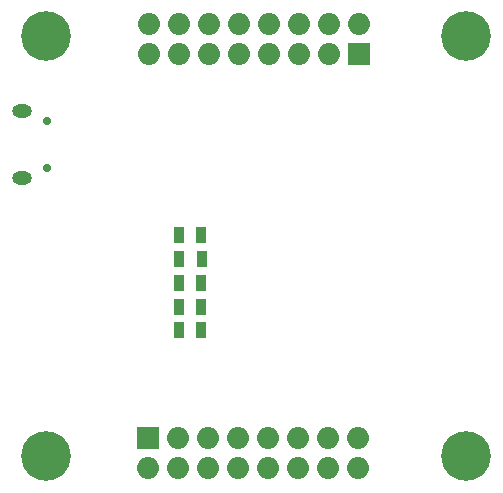
<source format=gbr>
G04 #@! TF.FileFunction,Soldermask,Bot*
%FSLAX46Y46*%
G04 Gerber Fmt 4.6, Leading zero omitted, Abs format (unit mm)*
G04 Created by KiCad (PCBNEW 4.0.0-rc1-stable) date Sun 22 Nov 2015 09:57:49 PM ICT*
%MOMM*%
G01*
G04 APERTURE LIST*
%ADD10C,0.100000*%
%ADD11C,4.204000*%
%ADD12R,1.867200X1.867200*%
%ADD13O,1.867200X1.867200*%
%ADD14R,0.840000X1.440000*%
%ADD15O,1.690000X1.140000*%
%ADD16C,0.740000*%
G04 APERTURE END LIST*
D10*
D11*
X129286000Y-84010500D03*
X164846000Y-84010500D03*
X164782000Y-119570000D03*
X129286000Y-119570000D03*
D12*
X137922000Y-117983000D03*
D13*
X137922000Y-120523000D03*
X140462000Y-117983000D03*
X140462000Y-120523000D03*
X143002000Y-117983000D03*
X143002000Y-120523000D03*
X145542000Y-117983000D03*
X145542000Y-120523000D03*
X148082000Y-117983000D03*
X148082000Y-120523000D03*
X150622000Y-117983000D03*
X150622000Y-120523000D03*
X153162000Y-117983000D03*
X153162000Y-120523000D03*
X155702000Y-117983000D03*
X155702000Y-120523000D03*
D12*
X155756000Y-85540000D03*
D13*
X155756000Y-83000000D03*
X153216000Y-85540000D03*
X153216000Y-83000000D03*
X150676000Y-85540000D03*
X150676000Y-83000000D03*
X148136000Y-85540000D03*
X148136000Y-83000000D03*
X145596000Y-85540000D03*
X145596000Y-83000000D03*
X143056000Y-85540000D03*
X143056000Y-83000000D03*
X140516000Y-85540000D03*
X140516000Y-83000000D03*
X137976000Y-85540000D03*
X137976000Y-83000000D03*
D14*
X142413000Y-100838000D03*
X140513000Y-100838000D03*
X142418000Y-102845000D03*
X140518000Y-102845000D03*
X142403000Y-104877000D03*
X140503000Y-104877000D03*
X142403000Y-106883000D03*
X140503000Y-106883000D03*
X142392000Y-108864000D03*
X140492000Y-108864000D03*
D15*
X127216000Y-90337900D03*
X127216000Y-95962900D03*
D16*
X129366000Y-91162900D03*
X129366000Y-95162900D03*
M02*

</source>
